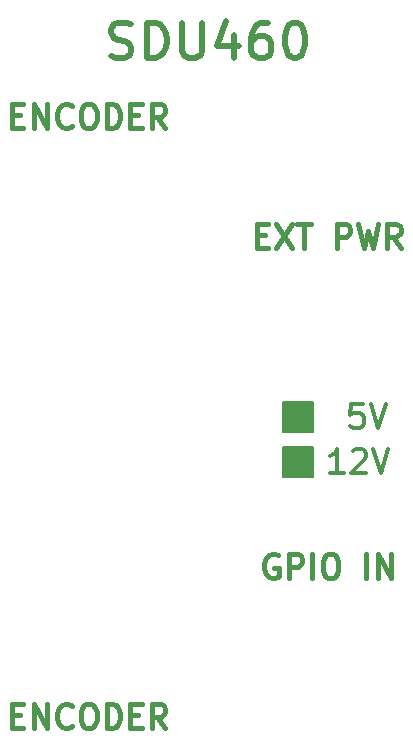
<source format=gto>
G04 #@! TF.GenerationSoftware,KiCad,Pcbnew,(6.0.9-0)*
G04 #@! TF.CreationDate,2023-02-07T08:36:36+01:00*
G04 #@! TF.ProjectId,fp_SDU460,66705f53-4455-4343-9630-2e6b69636164,A*
G04 #@! TF.SameCoordinates,Original*
G04 #@! TF.FileFunction,Legend,Top*
G04 #@! TF.FilePolarity,Positive*
%FSLAX46Y46*%
G04 Gerber Fmt 4.6, Leading zero omitted, Abs format (unit mm)*
G04 Created by KiCad (PCBNEW (6.0.9-0)) date 2023-02-07 08:36:36*
%MOMM*%
%LPD*%
G01*
G04 APERTURE LIST*
%ADD10C,0.150000*%
%ADD11C,0.400000*%
%ADD12C,0.300000*%
%ADD13C,0.500000*%
%ADD14C,5.600000*%
%ADD15C,5.000000*%
G04 APERTURE END LIST*
D10*
X92710000Y-86360000D02*
X95250000Y-86360000D01*
X95250000Y-86360000D02*
X95250000Y-88900000D01*
X95250000Y-88900000D02*
X92710000Y-88900000D01*
X92710000Y-88900000D02*
X92710000Y-86360000D01*
G36*
X92710000Y-86360000D02*
G01*
X95250000Y-86360000D01*
X95250000Y-88900000D01*
X92710000Y-88900000D01*
X92710000Y-86360000D01*
G37*
X92710000Y-82550000D02*
X95250000Y-82550000D01*
X95250000Y-82550000D02*
X95250000Y-85090000D01*
X95250000Y-85090000D02*
X92710000Y-85090000D01*
X92710000Y-85090000D02*
X92710000Y-82550000D01*
G36*
X92710000Y-82550000D02*
G01*
X95250000Y-82550000D01*
X95250000Y-85090000D01*
X92710000Y-85090000D01*
X92710000Y-82550000D01*
G37*
D11*
X92234285Y-95520000D02*
X92043809Y-95424761D01*
X91758095Y-95424761D01*
X91472380Y-95520000D01*
X91281904Y-95710476D01*
X91186666Y-95900952D01*
X91091428Y-96281904D01*
X91091428Y-96567619D01*
X91186666Y-96948571D01*
X91281904Y-97139047D01*
X91472380Y-97329523D01*
X91758095Y-97424761D01*
X91948571Y-97424761D01*
X92234285Y-97329523D01*
X92329523Y-97234285D01*
X92329523Y-96567619D01*
X91948571Y-96567619D01*
X93186666Y-97424761D02*
X93186666Y-95424761D01*
X93948571Y-95424761D01*
X94139047Y-95520000D01*
X94234285Y-95615238D01*
X94329523Y-95805714D01*
X94329523Y-96091428D01*
X94234285Y-96281904D01*
X94139047Y-96377142D01*
X93948571Y-96472380D01*
X93186666Y-96472380D01*
X95186666Y-97424761D02*
X95186666Y-95424761D01*
X96520000Y-95424761D02*
X96900952Y-95424761D01*
X97091428Y-95520000D01*
X97281904Y-95710476D01*
X97377142Y-96091428D01*
X97377142Y-96758095D01*
X97281904Y-97139047D01*
X97091428Y-97329523D01*
X96900952Y-97424761D01*
X96520000Y-97424761D01*
X96329523Y-97329523D01*
X96139047Y-97139047D01*
X96043809Y-96758095D01*
X96043809Y-96091428D01*
X96139047Y-95710476D01*
X96329523Y-95520000D01*
X96520000Y-95424761D01*
X99758095Y-97424761D02*
X99758095Y-95424761D01*
X100710476Y-97424761D02*
X100710476Y-95424761D01*
X101853333Y-97424761D01*
X101853333Y-95424761D01*
D12*
X97821904Y-88534761D02*
X96679047Y-88534761D01*
X97250476Y-88534761D02*
X97250476Y-86534761D01*
X97060000Y-86820476D01*
X96869523Y-87010952D01*
X96679047Y-87106190D01*
X98583809Y-86725238D02*
X98679047Y-86630000D01*
X98869523Y-86534761D01*
X99345714Y-86534761D01*
X99536190Y-86630000D01*
X99631428Y-86725238D01*
X99726666Y-86915714D01*
X99726666Y-87106190D01*
X99631428Y-87391904D01*
X98488571Y-88534761D01*
X99726666Y-88534761D01*
X100298095Y-86534761D02*
X100964761Y-88534761D01*
X101631428Y-86534761D01*
D11*
X69771428Y-109077142D02*
X70438095Y-109077142D01*
X70723809Y-110124761D02*
X69771428Y-110124761D01*
X69771428Y-108124761D01*
X70723809Y-108124761D01*
X71580952Y-110124761D02*
X71580952Y-108124761D01*
X72723809Y-110124761D01*
X72723809Y-108124761D01*
X74819047Y-109934285D02*
X74723809Y-110029523D01*
X74438095Y-110124761D01*
X74247619Y-110124761D01*
X73961904Y-110029523D01*
X73771428Y-109839047D01*
X73676190Y-109648571D01*
X73580952Y-109267619D01*
X73580952Y-108981904D01*
X73676190Y-108600952D01*
X73771428Y-108410476D01*
X73961904Y-108220000D01*
X74247619Y-108124761D01*
X74438095Y-108124761D01*
X74723809Y-108220000D01*
X74819047Y-108315238D01*
X76057142Y-108124761D02*
X76438095Y-108124761D01*
X76628571Y-108220000D01*
X76819047Y-108410476D01*
X76914285Y-108791428D01*
X76914285Y-109458095D01*
X76819047Y-109839047D01*
X76628571Y-110029523D01*
X76438095Y-110124761D01*
X76057142Y-110124761D01*
X75866666Y-110029523D01*
X75676190Y-109839047D01*
X75580952Y-109458095D01*
X75580952Y-108791428D01*
X75676190Y-108410476D01*
X75866666Y-108220000D01*
X76057142Y-108124761D01*
X77771428Y-110124761D02*
X77771428Y-108124761D01*
X78247619Y-108124761D01*
X78533333Y-108220000D01*
X78723809Y-108410476D01*
X78819047Y-108600952D01*
X78914285Y-108981904D01*
X78914285Y-109267619D01*
X78819047Y-109648571D01*
X78723809Y-109839047D01*
X78533333Y-110029523D01*
X78247619Y-110124761D01*
X77771428Y-110124761D01*
X79771428Y-109077142D02*
X80438095Y-109077142D01*
X80723809Y-110124761D02*
X79771428Y-110124761D01*
X79771428Y-108124761D01*
X80723809Y-108124761D01*
X82723809Y-110124761D02*
X82057142Y-109172380D01*
X81580952Y-110124761D02*
X81580952Y-108124761D01*
X82342857Y-108124761D01*
X82533333Y-108220000D01*
X82628571Y-108315238D01*
X82723809Y-108505714D01*
X82723809Y-108791428D01*
X82628571Y-108981904D01*
X82533333Y-109077142D01*
X82342857Y-109172380D01*
X81580952Y-109172380D01*
X90472380Y-68437142D02*
X91139047Y-68437142D01*
X91424761Y-69484761D02*
X90472380Y-69484761D01*
X90472380Y-67484761D01*
X91424761Y-67484761D01*
X92091428Y-67484761D02*
X93424761Y-69484761D01*
X93424761Y-67484761D02*
X92091428Y-69484761D01*
X93900952Y-67484761D02*
X95043809Y-67484761D01*
X94472380Y-69484761D02*
X94472380Y-67484761D01*
X97234285Y-69484761D02*
X97234285Y-67484761D01*
X97996190Y-67484761D01*
X98186666Y-67580000D01*
X98281904Y-67675238D01*
X98377142Y-67865714D01*
X98377142Y-68151428D01*
X98281904Y-68341904D01*
X98186666Y-68437142D01*
X97996190Y-68532380D01*
X97234285Y-68532380D01*
X99043809Y-67484761D02*
X99520000Y-69484761D01*
X99900952Y-68056190D01*
X100281904Y-69484761D01*
X100758095Y-67484761D01*
X102662857Y-69484761D02*
X101996190Y-68532380D01*
X101520000Y-69484761D02*
X101520000Y-67484761D01*
X102281904Y-67484761D01*
X102472380Y-67580000D01*
X102567619Y-67675238D01*
X102662857Y-67865714D01*
X102662857Y-68151428D01*
X102567619Y-68341904D01*
X102472380Y-68437142D01*
X102281904Y-68532380D01*
X101520000Y-68532380D01*
D13*
X78145714Y-53284285D02*
X78574285Y-53427142D01*
X79288571Y-53427142D01*
X79574285Y-53284285D01*
X79717142Y-53141428D01*
X79860000Y-52855714D01*
X79860000Y-52570000D01*
X79717142Y-52284285D01*
X79574285Y-52141428D01*
X79288571Y-51998571D01*
X78717142Y-51855714D01*
X78431428Y-51712857D01*
X78288571Y-51570000D01*
X78145714Y-51284285D01*
X78145714Y-50998571D01*
X78288571Y-50712857D01*
X78431428Y-50570000D01*
X78717142Y-50427142D01*
X79431428Y-50427142D01*
X79860000Y-50570000D01*
X81145714Y-53427142D02*
X81145714Y-50427142D01*
X81860000Y-50427142D01*
X82288571Y-50570000D01*
X82574285Y-50855714D01*
X82717142Y-51141428D01*
X82860000Y-51712857D01*
X82860000Y-52141428D01*
X82717142Y-52712857D01*
X82574285Y-52998571D01*
X82288571Y-53284285D01*
X81860000Y-53427142D01*
X81145714Y-53427142D01*
X84145714Y-50427142D02*
X84145714Y-52855714D01*
X84288571Y-53141428D01*
X84431428Y-53284285D01*
X84717142Y-53427142D01*
X85288571Y-53427142D01*
X85574285Y-53284285D01*
X85717142Y-53141428D01*
X85860000Y-52855714D01*
X85860000Y-50427142D01*
X88574285Y-51427142D02*
X88574285Y-53427142D01*
X87860000Y-50284285D02*
X87145714Y-52427142D01*
X89002857Y-52427142D01*
X91431428Y-50427142D02*
X90860000Y-50427142D01*
X90574285Y-50570000D01*
X90431428Y-50712857D01*
X90145714Y-51141428D01*
X90002857Y-51712857D01*
X90002857Y-52855714D01*
X90145714Y-53141428D01*
X90288571Y-53284285D01*
X90574285Y-53427142D01*
X91145714Y-53427142D01*
X91431428Y-53284285D01*
X91574285Y-53141428D01*
X91717142Y-52855714D01*
X91717142Y-52141428D01*
X91574285Y-51855714D01*
X91431428Y-51712857D01*
X91145714Y-51570000D01*
X90574285Y-51570000D01*
X90288571Y-51712857D01*
X90145714Y-51855714D01*
X90002857Y-52141428D01*
X93574285Y-50427142D02*
X93860000Y-50427142D01*
X94145714Y-50570000D01*
X94288571Y-50712857D01*
X94431428Y-50998571D01*
X94574285Y-51570000D01*
X94574285Y-52284285D01*
X94431428Y-52855714D01*
X94288571Y-53141428D01*
X94145714Y-53284285D01*
X93860000Y-53427142D01*
X93574285Y-53427142D01*
X93288571Y-53284285D01*
X93145714Y-53141428D01*
X93002857Y-52855714D01*
X92860000Y-52284285D01*
X92860000Y-51570000D01*
X93002857Y-50998571D01*
X93145714Y-50712857D01*
X93288571Y-50570000D01*
X93574285Y-50427142D01*
D12*
X99440952Y-82724761D02*
X98488571Y-82724761D01*
X98393333Y-83677142D01*
X98488571Y-83581904D01*
X98679047Y-83486666D01*
X99155238Y-83486666D01*
X99345714Y-83581904D01*
X99440952Y-83677142D01*
X99536190Y-83867619D01*
X99536190Y-84343809D01*
X99440952Y-84534285D01*
X99345714Y-84629523D01*
X99155238Y-84724761D01*
X98679047Y-84724761D01*
X98488571Y-84629523D01*
X98393333Y-84534285D01*
X100107619Y-82724761D02*
X100774285Y-84724761D01*
X101440952Y-82724761D01*
D11*
X69771428Y-58277142D02*
X70438095Y-58277142D01*
X70723809Y-59324761D02*
X69771428Y-59324761D01*
X69771428Y-57324761D01*
X70723809Y-57324761D01*
X71580952Y-59324761D02*
X71580952Y-57324761D01*
X72723809Y-59324761D01*
X72723809Y-57324761D01*
X74819047Y-59134285D02*
X74723809Y-59229523D01*
X74438095Y-59324761D01*
X74247619Y-59324761D01*
X73961904Y-59229523D01*
X73771428Y-59039047D01*
X73676190Y-58848571D01*
X73580952Y-58467619D01*
X73580952Y-58181904D01*
X73676190Y-57800952D01*
X73771428Y-57610476D01*
X73961904Y-57420000D01*
X74247619Y-57324761D01*
X74438095Y-57324761D01*
X74723809Y-57420000D01*
X74819047Y-57515238D01*
X76057142Y-57324761D02*
X76438095Y-57324761D01*
X76628571Y-57420000D01*
X76819047Y-57610476D01*
X76914285Y-57991428D01*
X76914285Y-58658095D01*
X76819047Y-59039047D01*
X76628571Y-59229523D01*
X76438095Y-59324761D01*
X76057142Y-59324761D01*
X75866666Y-59229523D01*
X75676190Y-59039047D01*
X75580952Y-58658095D01*
X75580952Y-57991428D01*
X75676190Y-57610476D01*
X75866666Y-57420000D01*
X76057142Y-57324761D01*
X77771428Y-59324761D02*
X77771428Y-57324761D01*
X78247619Y-57324761D01*
X78533333Y-57420000D01*
X78723809Y-57610476D01*
X78819047Y-57800952D01*
X78914285Y-58181904D01*
X78914285Y-58467619D01*
X78819047Y-58848571D01*
X78723809Y-59039047D01*
X78533333Y-59229523D01*
X78247619Y-59324761D01*
X77771428Y-59324761D01*
X79771428Y-58277142D02*
X80438095Y-58277142D01*
X80723809Y-59324761D02*
X79771428Y-59324761D01*
X79771428Y-57324761D01*
X80723809Y-57324761D01*
X82723809Y-59324761D02*
X82057142Y-58372380D01*
X81580952Y-59324761D02*
X81580952Y-57324761D01*
X82342857Y-57324761D01*
X82533333Y-57420000D01*
X82628571Y-57515238D01*
X82723809Y-57705714D01*
X82723809Y-57991428D01*
X82628571Y-58181904D01*
X82533333Y-58277142D01*
X82342857Y-58372380D01*
X81580952Y-58372380D01*
%LPC*%
D14*
X99060000Y-167930000D03*
D15*
X76200000Y-63700000D03*
X76200000Y-88700000D03*
D14*
X73660000Y-45430000D03*
X73660000Y-167930000D03*
X99060000Y-45430000D03*
D15*
X96520000Y-150500000D03*
X96520000Y-103500000D03*
X76200000Y-114500000D03*
X76200000Y-139500000D03*
M02*

</source>
